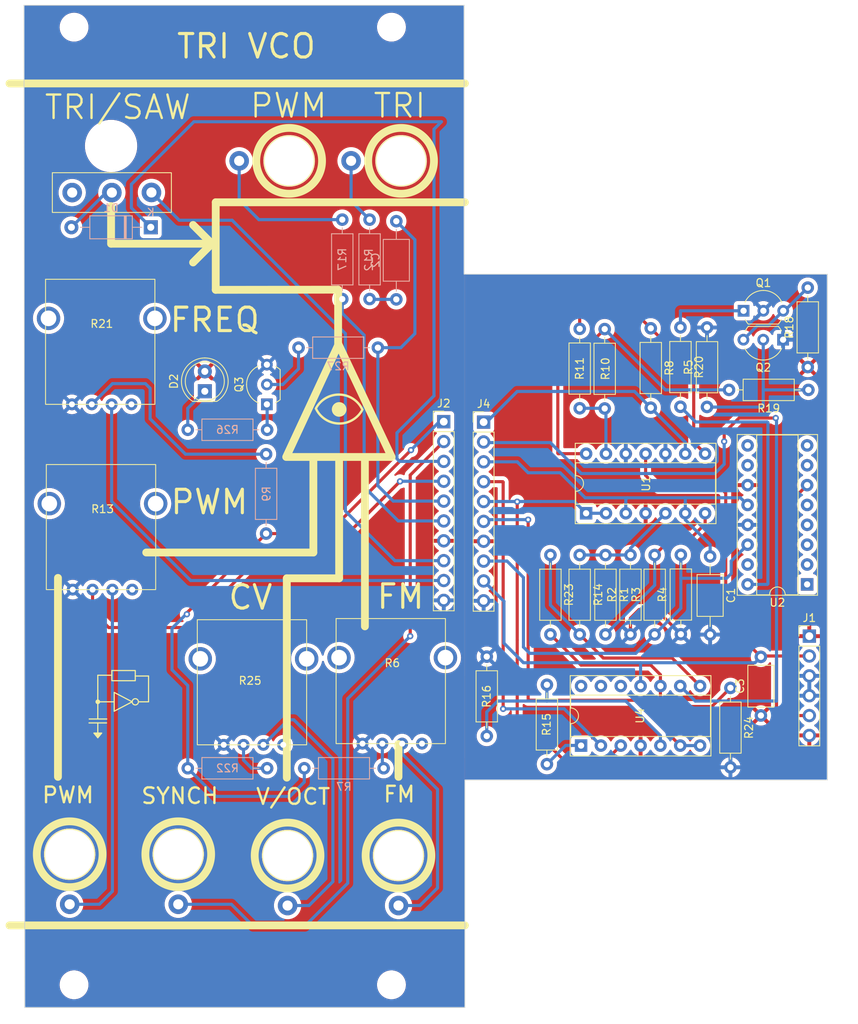
<source format=kicad_pcb>
(kicad_pcb (version 20221018) (generator pcbnew)
  (layers (0 "F.Cu" signal) (31 "B.Cu" signal) (34 "B.Paste" user) (35 "F.Paste" user) (36 "B.SilkS" user "B.Silkscreen") (37 "F.SilkS" user "F.Silkscreen") (38 "B.Mask" user) (39 "F.Mask" user) (44 "Edge.Cuts" user))
  (net 0 "")
  (net 1 "CAP")
  (net 2 "Net-(D1-A)")
  (net 3 "Net-(Q1-C)")
  (net 4 "GND")
  (net 5 "Net-(Q1-E)")
  (net 6 "Net-(Q2-B)")
  (net 7 "Net-(U1B-+)")
  (net 8 "Net-(R1-Pad2)")
  (net 9 "SW1")
  (net 10 "TRI")
  (net 11 "Net-(R6-S)")
  (net 12 "Net-(R6-E)")
  (net 16 "VGND1")
  (net 17 "Net-(R11-Pad2)")
  (net 18 "Net-(R10-Pad1)")
  (net 19 "Net-(U1D--)")
  (net 20 "Net-(R12-Pad1)")
  (net 21 "Net-(C2-Pad2)")
  (net 22 "SYN")
  (net 23 "Net-(R13-E)")
  (net 27 "Net-(R14-Pad2)")
  (net 28 "Net-(U4B-+)")
  (net 29 "Net-(R15-Pad2)")
  (net 30 "Net-(R17-Pad1)")
  (net 31 "PWM")
  (net 32 "+12V")
  (net 33 "PWMO")
  (net 34 "-12V")
  (net 46 "Net-(R20-Pad2)")
  (net 47 "Net-(U4C-+)")
  (net 51 "Net-(R21-S)")
  (net 55 "Net-(R25-S)")
  (net 56 "Net-(R25-E)")
  (net 60 "Net-(D2-K)")
  (net 61 "Net-(Q3-C)")
  (net 62 "Net-(Q3-B)")
  (footprint "Resistor_THT:R_Axial_DIN0207_L6.3mm_D2.5mm_P10.16mm_Horizontal" (layer "F.Cu") (at 215.3 81.98 90)
    (fp_text reference "R18")
    (fp_text value "R")
  )
  (footprint "Resistor_THT:R_Axial_DIN0207_L6.3mm_D2.5mm_P10.16mm_Horizontal" (layer "F.Cu") (at 174.2 119.02 -90)
    (fp_text reference "R16")
    (fp_text value "R")
  )
  (footprint "Resistor_THT:R_Axial_DIN0207_L6.3mm_D2.5mm_P10.16mm_Horizontal" (layer "F.Cu") (at 199.05 116.16 90)
    (fp_text reference "R4")
    (fp_text value "R")
  )
  (footprint "Resistor_THT:R_Axial_DIN0207_L6.3mm_D2.5mm_P10.16mm_Horizontal" (layer "F.Cu") (at 215.38 84.9 180)
    (fp_text reference "R19")
    (fp_text value "R")
  )
  (footprint "Connector_PinHeader_2.54mm:PinHeader_1x06_P2.54mm_Vertical" (layer "F.Cu") (at 215.5 116.4)
    (fp_text reference "J1")
    (fp_text value "Conn_01x06_Pin")
  )
  (footprint "Resistor_THT:R_Axial_DIN0207_L6.3mm_D2.5mm_P10.16mm_Horizontal" (layer "F.Cu") (at 202.4 87.08 90)
    (fp_text reference "R5")
    (fp_text value "R")
  )
  (footprint "Library:aux_flush" (layer "F.Cu") (at 148.7 144.460702 90)
    (fp_text reference "U5" hide)
    (fp_text value "Aux_flush")
  )
  (footprint "Resistor_THT:R_Axial_DIN0207_L6.3mm_D2.5mm_P10.16mm_Horizontal" (layer "F.Cu") (at 195.2 77.02 -90)
    (fp_text reference "R8")
    (fp_text value "R")
  )
  (footprint "MountingHole:MountingHole_3.2mm_M3" (layer "F.Cu") (at 126.1 53.7)
    (fp_text reference "REF**" hide)
    (fp_text value "MountingHole_3.2mm_M3")
  )
  (footprint "Resistor_THT:R_Axial_DIN0207_L6.3mm_D2.5mm_P10.16mm_Horizontal" (layer "F.Cu") (at 192.6 116.18 90)
    (fp_text reference "R2")
    (fp_text value "R")
  )
  (footprint "Resistor_THT:R_Axial_DIN0207_L6.3mm_D2.5mm_P10.16mm_Horizontal" (layer "F.Cu") (at 182.35 106.02 -90)
    (fp_text reference "R23")
    (fp_text value "R")
  )
  (footprint "MountingHole:MountingHole_3.2mm_M3" (layer "F.Cu") (at 121.36 161)
    (fp_text reference "REF**" hide)
    (fp_text value "MountingHole_3.2mm_M3")
  )
  (footprint "Package_DIP:DIP-16_W7.62mm_Socket" (layer "F.Cu") (at 215.22 109.78 180)
    (fp_text reference "U2")
    (fp_text value "LM13700")
  )
  (footprint "Resistor_THT:R_Axial_DIN0207_L6.3mm_D2.5mm_P10.16mm_Horizontal" (layer "F.Cu") (at 181.9 122.62 -90)
    (fp_text reference "R15")
    (fp_text value "R")
  )
  (footprint "Capacitor_THT:C_Axial_L5.1mm_D3.1mm_P7.50mm_Horizontal" (layer "F.Cu") (at 209.3 126.55 90)
    (fp_text reference "C3")
    (fp_text value "C")
  )
  (footprint "Resistor_THT:R_Axial_DIN0207_L6.3mm_D2.5mm_P10.16mm_Horizontal" (layer "F.Cu") (at 189.3 77.12 -90)
    (fp_text reference "R10")
    (fp_text value "R")
  )
  (footprint "Package_TO_SOT_THT:TO-92L_Inline_Wide" (layer "F.Cu") (at 207.08 74.78)
    (fp_text reference "Q1")
    (fp_text value "BC557")
  )
  (footprint "Resistor_THT:R_Axial_DIN0207_L6.3mm_D2.5mm_P10.16mm_Horizontal" (layer "F.Cu") (at 186.1 106.02 -90)
    (fp_text reference "R14")
    (fp_text value "R")
  )
  (footprint "Library:aux_flush" (layer "F.Cu") (at 148.9 55.6)
    (fp_text reference "U10" hide)
    (fp_text value "Aux_flush")
  )
  (footprint "Connector_PinHeader_2.54mm:PinHeader_1x10_P2.54mm_Vertical" (layer "F.Cu") (at 173.8 89.02)
    (fp_text reference "J4")
    (fp_text value "Conn_01x10_Pin")
  )
  (footprint "Library:Switch" (layer "F.Cu") (at 126.2 62.2)
    (fp_text reference "U3" hide)
    (fp_text value "Switch")
  )
  (footprint "Library:AlpsPot" (layer "F.Cu") (at 140.52 130.3)
    (fp_text reference "R25")
    (fp_text value "AlpsPot")
  )
  (footprint "MountingHole:MountingHole_3.2mm_M3" (layer "F.Cu") (at 162 161)
    (fp_text reference "REF**" hide)
    (fp_text value "MountingHole_3.2mm_M3")
  )
  (footprint "Package_DIP:DIP-14_W7.62mm_Socket" (layer "F.Cu") (at 186.275 130.4 90)
    (fp_text reference "U4")
    (fp_text value "TL074")
  )
  (footprint "Capacitor_THT:C_Axial_L5.1mm_D3.1mm_P10.00mm_Horizontal" (layer "F.Cu") (at 202.8 106.2 -90)
    (fp_text reference "C1")
    (fp_text value "C")
  )
  (footprint "Resistor_THT:R_Axial_DIN0207_L6.3mm_D2.5mm_P10.16mm_Horizontal" (layer "F.Cu") (at 195.7 116.18 90)
    (fp_text reference "R3")
    (fp_text value "R")
  )
  (footprint "Library:aux_flush" (layer "F.Cu") (at 134.7 144.3 90)
    (fp_text reference "U7" hide)
    (fp_text value "Aux_flush")
  )
  (footprint "Resistor_THT:R_Axial_DIN0207_L6.3mm_D2.5mm_P10.16mm_Horizontal" (layer "F.Cu") (at 199 76.9 -90)
    (fp_text reference "R20")
    (fp_text value "R")
  )
  (footprint "Package_DIP:DIP-14_W7.62mm_Socket" (layer "F.Cu") (at 186.92 100.68 90)
    (fp_text reference "U1")
    (fp_text value "TL074")
  )
  (footprint "Resistor_THT:R_Axial_DIN0207_L6.3mm_D2.5mm_P10.16mm_Horizontal" (layer "F.Cu") (at 186.1 87.25 90)
    (fp_text reference "R11")
    (fp_text value "R")
  )
  (footprint "Connector_PinHeader_2.54mm:PinHeader_1x10_P2.54mm_Vertical" (layer "F.Cu") (at 168.695 88.965)
    (fp_text reference "J2")
    (fp_text value "Conn_01x10_Pin")
  )
  (footprint "Library:AlpsPot" (layer "F.Cu") (at 121.19 110.449)
    (fp_text reference "R13")
    (fp_text value "AlpsPot")
  )
  (footprint "Library:AlpsPot" (layer "F.Cu") (at 121.09 86.749)
    (fp_text reference "R21")
    (fp_text value "AlpsPot")
  )
  (footprint "LED_THT:LED_D5.0mm" (layer "F.Cu") (at 138.1 85.075 90)
    (fp_text reference "D2")
    (fp_text value "LED")
  )
  (footprint "Library:aux_flush" (layer "F.Cu") (at 120.8 144.3 90)
    (fp_text reference "U8" hide)
    (fp_text value "Aux_flush")
  )
  (footprint "Library:aux_flush" (layer "F.Cu") (at 162.9 144.460702 90)
    (fp_text reference "U6" hide)
    (fp_text value "Aux_flush")
  )
  (footprint "Package_TO_SOT_THT:TO-92L_Inline_Wide" (layer "F.Cu") (at 146.05 86.75 90)
    (fp_text reference "Q3")
    (fp_text value "BC547")
  )
  (footprint "MountingHole:MountingHole_3.2mm_M3" (layer "F.Cu") (at 162 38.5)
    (fp_text reference "REF**" hide)
    (fp_text value "MountingHole_3.2mm_M3")
  )
  (footprint "MountingHole:MountingHole_3.2mm_M3" (layer "F.Cu") (at 121.36 38.5)
    (fp_text reference "REF**" hide)
    (fp_text value "MountingHole_3.2mm_M3")
  )
  (footprint "Resistor_THT:R_Axial_DIN0207_L6.3mm_D2.5mm_P10.16mm_Horizontal" (layer "F.Cu") (at 205.4 123.02 -90)
    (fp_text reference "R24")
    (fp_text value "R")
  )
  (footprint "Package_TO_SOT_THT:TO-92L_Inline_Wide" (layer "F.Cu") (at 212.14 78.48 180)
    (fp_text reference "Q2")
    (fp_text value "BC557")
  )
  (footprint "Library:aux_flush" (layer "F.Cu") (at 163.23035 55.6)
    (fp_text reference "U9" hide)
    (fp_text value "Aux_flush")
  )
  (footprint "Library:AlpsPot" (layer "F.Cu") (at 158.29 130.149)
    (fp_text reference "R6")
    (fp_text value "AlpsPot")
  )
  (footprint "Resistor_THT:R_Axial_DIN0207_L6.3mm_D2.5mm_P10.16mm_Horizontal" (layer "F.Cu") (at 189.4 106.02 -90)
    (fp_text reference "R1")
    (fp_text value "R")
  )
  (footprint "Resistor_THT:R_Axial_DIN0207_L6.3mm_D2.5mm_P10.16mm_Horizontal" (layer "B.Cu") (at 159.2 63.12 -90)
    (fp_text reference "R12")
    (fp_text value "R")
  )
  (footprint "Diode_THT:D_A-405_P10.16mm_Horizontal" (layer "B.Cu") (at 131.18 64.1 180)
    (fp_text reference "D1")
    (fp_text value "D")
  )
  (footprint "Resistor_THT:R_Axial_DIN0207_L6.3mm_D2.5mm_P10.16mm_Horizontal" (layer "B.Cu") (at 150.1 79.5)
    (fp_text reference "R27")
    (fp_text value "R")
  )
  (footprint "Resistor_THT:R_Axial_DIN0207_L6.3mm_D2.5mm_P10.16mm_Horizontal" (layer "B.Cu") (at 150.84 133.3)
    (fp_text reference "R7")
    (fp_text value "R")
  )
  (footprint "Resistor_THT:R_Axial_DIN0207_L6.3mm_D2.5mm_P10.16mm_Horizontal" (layer "B.Cu") (at 146.08 90 180)
    (fp_text reference "R26")
    (fp_text value "R")
  )
  (footprint "Resistor_THT:R_Axial_DIN0207_L6.3mm_D2.5mm_P10.16mm_Horizontal" (layer "B.Cu") (at 135.92 133.3)
    (fp_text reference "R22")
    (fp_text value "R")
  )
  (footprint "Resistor_THT:R_Axial_DIN0207_L6.3mm_D2.5mm_P10.16mm_Horizontal" (layer "B.Cu") (at 145.95 103.28 90)
    (fp_text reference "R9")
    (fp_text value "R")
  )
  (footprint "Capacitor_THT:C_Axial_L5.1mm_D3.1mm_P10.00mm_Horizontal" (layer "B.Cu") (at 162.62 63.32 -90)
    (fp_text reference "C2")
    (fp_text value "C")
  )
  (footprint "Resistor_THT:R_Axial_DIN0207_L6.3mm_D2.5mm_P10.16mm_Horizontal" (layer "B.Cu") (at 155.7 63.12 -90)
    (fp_text reference "R17")
    (fp_text value "R")
  )
  (gr_line (start 171.4 153.4) (end 113.1 153.4) (stroke (width 1)) (layer "F.SilkS"))
  (gr_line (start 119.3 134.4) (end 119.3 108.949998) (stroke (width 1)) (layer "F.SilkS"))
  (gr_line (start 126.5 123.6) (end 128.8 124.8) (stroke (width 0.15)) (layer "F.SilkS"))
  (gr_circle (center 124.4 124.8) (end 124.623607 124.8) (stroke (width 0.15)) (fill solid) (layer "F.SilkS"))
  (gr_line (start 136.6 63.8) (end 139 66.2) (stroke (width 1)) (layer "F.SilkS"))
  (gr_line (start 125.525 127.5) (end 123.275 127.5) (stroke (width 0.15)) (layer "F.SilkS"))
  (gr_line (start 129.7 124.8) (end 130.9 124.8) (stroke (width 0.15)) (layer "F.SilkS"))
  (gr_line (start 155.169576 79.5) (end 155.169576 72.079941) (stroke (width 1)) (layer "F.SilkS"))
  (gr_line (start 139 66.2) (end 136.6 68.6) (stroke (width 1)) (layer "F.SilkS"))
  (gr_line (start 124.4 121.4) (end 124.4 127) (stroke (width 0.15)) (layer "F.SilkS"))
  (gr_line (start 152 105.7) (end 152 93.7) (stroke (width 1)) (layer "F.SilkS"))
  (gr_line (start 130.9 121.5) (end 129.2 121.5) (stroke (width 0.15)) (layer "F.SilkS"))
  (gr_line (start 126.5 124.8) (end 124.4 124.8) (stroke (width 0.15)) (layer "F.SilkS"))
  (gr_line (start 124.4 127.5) (end 124.4 128.8) (stroke (width 0.15)) (layer "F.SilkS"))
  (gr_line (start 139.5 72.1) (end 139.5 60.9) (stroke (width 1)) (layer "F.SilkS"))
  (gr_arc (start 158.282395 87.416515) (mid 155.3 89.2) (end 152.358416 87.349978) (stroke (width 0.3)) (layer "F.SilkS"))
  (gr_circle (center 129.2 124.8) (end 129.6 124.8) (stroke (width 0.15)) (fill none) (layer "F.SilkS"))
  (gr_line (start 155.169576 72.079941) (end 139.5 72.1) (stroke (width 1)) (layer "F.SilkS"))
  (gr_line (start 130.9 124.8) (end 130.9 121.5) (stroke (width 0.15)) (layer "F.SilkS"))
  (gr_line (start 158.6 115.150002) (end 158.6 93.8) (stroke (width 1)) (layer "F.SilkS"))
  (gr_line (start 155.3 109) (end 155.3 93.574999) (stroke (width 1)) (layer "F.SilkS"))
  (gr_line (start 162.9 134.4) (end 162.9 130.2) (stroke (width 1)) (layer "F.SilkS"))
  (gr_line (start 126.2 121.4) (end 124.4 121.4) (stroke (width 0.15)) (layer "F.SilkS"))
  (gr_line (start 126.1 66.2) (end 139 66.2) (stroke (width 1)) (layer "F.SilkS"))
  (gr_rect (start 126.2 120.8) (end 129.2 122.1) (stroke (width 0.15)) (fill none) (layer "F.SilkS"))
  (gr_line (start 126.5 126) (end 128.8 124.8) (stroke (width 0.15)) (layer "F.SilkS"))
  (gr_line (start 113.1 45.7) (end 171.4 45.7) (stroke (width 1)) (layer "F.SilkS"))
  (gr_line (start 139.5 60.9) (end 171.4 60.9) (stroke (width 1)) (layer "F.SilkS"))
  (gr_line (start 125.55 127) (end 123.3 127) (stroke (width 0.15)) (layer "F.SilkS"))
  (gr_line (start 148.6 134.5) (end 148.6 109) (stroke (width 1)) (layer "F.SilkS"))
  (gr_line (start 126.5 123.6) (end 126.5 126) (stroke (width 0.15)) (layer "F.SilkS"))
  (gr_circle (center 155.3 87.4) (end 156.160233 87.4) (stroke (width 0.15)) (fill solid) (layer "F.SilkS"))
  (gr_poly (pts (xy 148.521697 93.480234) (xy 162.021697 93.480234) (xy 155.221697 79.080234)) (stroke (width 1)) (fill none) (layer "F.SilkS"))
  (gr_line (start 126.1 66.2) (end 126.1 61.4) (stroke (width 1)) (layer "F.SilkS"))
  (gr_poly (pts (xy 123.9 128.8) (xy 124.9 128.8) (xy 124.4 129.4)) (stroke (width 0.15)) (fill solid) (layer "F.SilkS"))
  (gr_arc (start 152.317605 87.283485) (mid 155.3 85.499999) (end 158.241584 87.350022) (stroke (width 0.3)) (layer "F.SilkS"))
  (gr_line (start 155.3 109) (end 148.6 109) (stroke (width 1)) (layer "F.SilkS"))
  (gr_line (start 152 105.7) (end 130.6 105.7) (stroke (width 1)) (layer "F.SilkS"))
  (gr_line (start 171.3 35.7) (end 171.3 70.1) (stroke (width 0.1)) (layer "Edge.Cuts"))
  (gr_line (start 171.4 134.8) (end 171.4 163.9) (stroke (width 0.1)) (layer "Edge.Cuts"))
  (gr_line (start 171.4 163.9) (end 115.05 163.9) (stroke (width 0.1)) (layer "Edge.Cuts"))
  (gr_line (start 217.8 70.1) (end 217.8 134.8) (stroke (width 0.1)) (layer "Edge.Cuts"))
  (gr_line (start 171.3 70.1) (end 217.8 70.1) (stroke (width 0.1)) (layer "Edge.Cuts"))
  (gr_line (start 115.05 163.9) (end 114.95 35.7) (stroke (width 0.1)) (layer "Edge.Cuts"))
  (gr_line (start 217.8 134.8) (end 171.4 134.8) (stroke (width 0.1)) (layer "Edge.Cuts"))
  (gr_line (start 114.95 35.7) (end 171.3 35.7) (stroke (width 0.1)) (layer "Edge.Cuts"))
  (gr_text "FM\n" (at 160.8 137.8) (layer "F.SilkS") (effects (font (size 2 2) (thickness 0.3)) (justify left bottom)))
  (gr_text "TRI VCO" (at 134.3 42.7) (layer "F.SilkS") (effects (font (size 3 3) (thickness 0.4)) (justify left bottom)))
  (gr_text "PWM\n" (at 133.5 101) (layer "F.SilkS") (effects (font (size 3 3) (thickness 0.4)) (justify left bottom)))
  (gr_text "PWM\n" (at 117.1 137.9) (layer "F.SilkS") (effects (font (size 2 2) (thickness 0.3)) (justify left bottom)))
  (gr_text "PWM\n" (at 143.7 50.3) (layer "F.SilkS") (effects (font (size 3 3) (thickness 0.3)) (justify left bottom)))
  (gr_text "SYNCH\n" (at 129.8 138) (layer "F.SilkS") (effects (font (size 2 2) (thickness 0.3)) (justify left bottom)))
  (gr_text "FM" (at 159.9 113.1) (layer "F.SilkS") (effects (font (size 3 3) (thickness 0.4)) (justify left bottom)))
  (gr_text "V/OCT" (at 144.5 138.1) (layer "F.SilkS") (effects (font (size 2 2) (thickness 0.3)) (justify left bottom)))
  (gr_text "FREQ\n" (at 133.4 77.7) (layer "F.SilkS") (effects (font (size 3 3) (thickness 0.4)) (justify left bottom)))
  (gr_text "TRI" (at 159.5 50.3) (layer "F.SilkS") (effects (font (size 3 3) (thickness 0.3)) (justify left bottom)))
  (gr_text "CV" (at 140.9 113.2) (layer "F.SilkS") (effects (font (size 3 3) (thickness 0.4)) (justify left bottom)))
  (gr_text "TRI/SAW" (at 117.4 50.5) (layer "F.SilkS") (effects (font (size 3 3) (thickness 0.3)) (justify left bottom)))
  (segment (start 199.62 101.52) (end 202.8 104.7) (width 0.4) (layer "B.Cu") (net 1))
  (segment (start 173.8 94.1) (end 178.1 94.1) (width 0.4) (layer "B.Cu") (net 1))
  (segment (start 136.7 50.6) (end 168.4 50.6) (width 0.4) (layer "B.Cu") (net 1))
  (segment (start 192 100.68) (end 192 98.9) (width 0.4) (layer "B.Cu") (net 1))
  (segment (start 163.045 94.045) (end 168.695 94.045) (width 0.4) (layer "B.Cu") (net 1))
  (segment (start 202.8 104.7) (end 202.8 106.2) (width 0.4) (layer "B.Cu") (net 1))
  (segment (start 186.8 98.7) (end 192.2 98.7) (width 0.4) (layer "B.Cu") (net 1))
  (segment (start 168.4 50.6) (end 167.445 51.555) (width 0.4) (layer "B.Cu") (net 1))
  (segment (start 162.7 93.7) (end 163.045 94.045) (width 0.4) (layer "B.Cu") (net 1))
  (segment (start 192.2 98.7) (end 199.6 98.7) (width 0.4) (layer "B.Cu") (net 1))
  (segment (start 167.445 85.655) (end 162.7 90.4) (width 0.4) (layer "B.Cu") (net 1))
  (segment (start 128.7 61.62) (end 128.7 58.6) (width 0.4) (layer "B.Cu") (net 1))
  (segment (start 183.6 95.5) (end 186.8 98.7) (width 0.4) (layer "B.Cu") (net 1))
  (segment (start 199.6 98.7) (end 206.68 98.7) (width 0.4) (layer "B.Cu") (net 1))
  (segment (start 179.5 95.5) (end 183.6 95.5) (width 0.4) (layer "B.Cu") (net 1))
  (segment (start 178.1 94.1) (end 179.5 95.5) (width 0.4) (layer "B.Cu") (net 1))
  (segment (start 131.18 64.1) (end 128.7 61.62) (width 0.4) (layer "B.Cu") (net 1))
  (segment (start 206.68 98.7) (end 207.6 99.62) (width 0.4) (layer "B.Cu") (net 1))
  (segment (start 128.7 58.6) (end 136.7 50.6) (width 0.4) (layer "B.Cu") (net 1))
  (segment (start 199.62 100.68) (end 199.62 101.52) (width 0.4) (layer "B.Cu") (net 1))
  (segment (start 199.62 98.72) (end 199.6 98.7) (width 0.4) (layer "B.Cu") (net 1))
  (segment (start 167.445 51.555) (end 167.445 85.655) (width 0.4) (layer "B.Cu") (net 1))
  (segment (start 162.7 90.4) (end 162.7 93.7) (width 0.4) (layer "B.Cu") (net 1))
  (segment (start 192 98.9) (end 192.2 98.7) (width 0.4) (layer "B.Cu") (net 1))
  (segment (start 199.62 100.68) (end 199.62 98.72) (width 0.4) (layer "B.Cu") (net 1))
  (segment (start 125.46 59.66) (end 126.2 59.66) (width 0.4) (layer "B.Cu") (net 2))
  (segment (start 121.02 64.1) (end 125.46 59.66) (width 0.4) (layer "B.Cu") (net 2))
  (segment (start 199.02 74.78) (end 199 74.8) (width 0.4) (layer "B.Cu") (net 3))
  (segment (start 207.08 74.78) (end 199.02 74.78) (width 0.4) (layer "B.Cu") (net 3))
  (segment (start 199 74.8) (end 199 76.9) (width 0.4) (layer "B.Cu") (net 3))
  (segment (start 192.6 116.18) (end 192.6 114.1) (width 0.4) (layer "F.Cu") (net 4))
  (segment (start 192.6 114.1) (end 193.7 113) (width 0.4) (layer "F.Cu") (net 4))
  (segment (start 195.89 113) (end 199.05 116.16) (width 0.4) (layer "F.Cu") (net 4))
  (segment (start 193.7 113) (end 195.89 113) (width 0.4) (layer "F.Cu") (net 4))
  (segment (start 207.06 78.48) (end 208.84 76.7) (width 0.4) (layer "B.Cu") (net 5))
  (segment (start 212.34 74.78) (end 212.16 74.78) (width 0.4) (layer "B.Cu") (net 5))
  (segment (start 210.24 76.7) (end 212.16 74.78) (width 0.4) (layer "B.Cu") (net 5))
  (segment (start 208.84 76.7) (end 210.24 76.7) (width 0.4) (layer "B.Cu") (net 5))
  (segment (start 215.3 71.82) (end 212.34 74.78) (width 0.4) (layer "B.Cu") (net 5))
  (segment (start 202.42 87.1) (end 202.4 87.08) (width 0.4) (layer "B.Cu") (net 6))
  (segment (start 209.6 87.1) (end 202.42 87.1) (width 0.4) (layer "B.Cu") (net 6))
  (segment (start 209.6 78.48) (end 209.6 84.9) (width 0.4) (layer "B.Cu") (net 6))
  (segment (start 209.6 84.9) (end 209.6 87.1) (width 0.4) (layer "B.Cu") (net 6))
  (segment (start 215.38 84.9) (end 209.6 84.9) (width 0.4) (layer "B.Cu") (net 6))
  (segment (start 197.08 100.68) (end 192.6 105.16) (width 0.4) (layer "B.Cu") (net 7))
  (segment (start 192.6 105.16) (end 192.6 106.02) (width 0.4) (layer "B.Cu") (net 7))
  (segment (start 186.1 106.02) (end 192.6 106.02) (width 0.4) (layer "B.Cu") (net 7))
  (segment (start 202.16 100.68) (end 202.16 102.04) (width 0.4) (layer "F.Cu") (net 8))
  (segment (start 198.12 103.6) (end 195.7 106.02) (width 0.4) (layer "F.Cu") (net 8))
  (segment (start 200.6 103.6) (end 198.12 103.6) (width 0.4) (layer "F.Cu") (net 8))
  (segment (start 202.16 102.04) (end 200.6 103.6) (width 0.4) (layer "F.Cu") (net 8))
  (segment (start 195.7 109.88) (end 189.4 116.18) (width 0.4) (layer "B.Cu") (net 8))
  (segment (start 195.7 106.02) (end 195.7 109.88) (width 0.4) (layer "B.Cu") (net 8))
  (segment (start 199.05 106) (end 199.05 109) (width 0.4) (layer "B.Cu") (net 9))
  (segment (start 162.445 106.745) (end 156.1 100.4) (width 0.4) (layer "B.Cu") (net 9))
  (segment (start 173.8 106.8) (end 176.8 106.8) (width 0.4) (layer "B.Cu") (net 9))
  (segment (start 179.7 118.6) (end 193.28 118.6) (width 0.4) (layer "B.Cu") (net 9))
  (segment (start 199.05 112.83) (end 195.7 116.18) (width 0.4) (layer "B.Cu") (net 9))
  (segment (start 178.9 117.8) (end 179.7 118.6) (width 0.4) (layer "B.Cu") (net 9))
  (segment (start 134.824317 63.2) (end 131.268113 59.643796) (width 0.4) (layer "B.Cu") (net 9))
  (segment (start 156.1 100.4) (end 156.1 77.7) (width 0.4) (layer "B.Cu") (net 9))
  (segment (start 199.05 109) (end 204.9 109) (width 0.4) (layer "B.Cu") (net 9))
  (segment (start 156.1 77.7) (end 141.6 63.2) (width 0.4) (layer "B.Cu") (net 9))
  (segment (start 205.5 106.8) (end 207.6 104.7) (width 0.4) (layer "B.Cu") (net 9))
  (segment (start 204.9 109) (end 205.5 108.4) (width 0.4) (layer "B.Cu") (net 9))
  (segment (start 199.05 109) (end 199.05 112.83) (width 0.4) (layer "B.Cu") (net 9))
  (segment (start 193.28 118.6) (end 195.7 116.18) (width 0.4) (layer "B.Cu") (net 9))
  (segment (start 205.5 108.4) (end 205.5 106.8) (width 0.4) (layer "B.Cu") (net 9))
  (segment (start 178.9 108.9) (end 178.9 117.8) (width 0.4) (layer "B.Cu") (net 9))
  (segment (start 141.6 63.2) (end 134.824317 63.2) (width 0.4) (layer "B.Cu") (net 9))
  (segment (start 168.695 106.745) (end 162.445 106.745) (width 0.4) (layer "B.Cu") (net 9))
  (segment (start 176.8 106.8) (end 178.9 108.9) (width 0.4) (layer "B.Cu") (net 9))
  (segment (start 191.355 130.4) (end 189.055 132.7) (width 0.4) (layer "F.Cu") (net 10))
  (segment (start 189.055 132.7) (end 188.4 132.7) (width 0.4) (layer "F.Cu") (net 10))
  (segment (start 184.5 132.7) (end 188.4 132.7) (width 0.4) (layer "F.Cu") (net 10))
  (segment (start 180.4 128.6) (end 183.5 131.7) (width 0.4) (layer "F.Cu") (net 10))
  (segment (start 178.1 116.9) (end 178.1 99.2) (width 0.4) (layer "F.Cu") (net 10))
  (segment (start 178.1 116.9) (end 178.1 128.6) (width 0.4) (layer "F.Cu") (net 10))
  (segment (start 178.1 128.6) (end 180.4 128.6) (width 0.4) (layer "F.Cu") (net 10))
  (segment (start 183.5 131.7) (end 184.5 132.7) (width 0.4) (layer "F.Cu") (net 10))
  (via (at 178.1 99.2) (size 0.8) (drill 0.4) (layers "F.Cu" "B.Cu") (net 10))
  (segment (start 181.1 99.18) (end 185.42 99.18) (width 0.4) (layer "B.Cu") (net 10))
  (segment (start 185.42 99.18) (end 186.92 100.68) (width 0.4) (layer "B.Cu") (net 10))
  (segment (start 173.8 99.18) (end 181.1 99.18) (width 0.4) (layer "B.Cu") (net 10))
  (segment (start 160.26 79.5) (end 163.2 79.5) (width 0.4) (layer "B.Cu") (net 10))
  (segment (start 163.2 79.5) (end 165 77.7) (width 0.4) (layer "B.Cu") (net 10))
  (segment (start 189.46 100.68) (end 186.92 100.68) (width 0.4) (layer "B.Cu") (net 10))
  (segment (start 165 77.7) (end 165 65.7) (width 0.4) (layer "B.Cu") (net 10))
  (segment (start 160.26 97.16) (end 162.225 99.125) (width 0.4) (layer "B.Cu") (net 10))
  (segment (start 165 65.7) (end 162.62 63.32) (width 0.4) (layer "B.Cu") (net 10))
  (segment (start 162.225 99.125) (end 168.695 99.125) (width 0.4) (layer "B.Cu") (net 10))
  (segment (start 160.26 79.5) (end 160.26 97.16) (width 0.4) (layer "B.Cu") (net 10))
  (segment (start 160.83 133.13) (end 161 133.3) (width 0.4) (layer "B.Cu") (net 11))
  (segment (start 160.83 130.149) (end 160.83 133.13) (width 0.4) (layer "B.Cu") (net 11))
  (segment (start 165.639298 150.860702) (end 167.9 148.6) (width 0.4) (layer "B.Cu") (net 12))
  (segment (start 162.9 150.860702) (end 165.639298 150.860702) (width 0.4) (layer "B.Cu") (net 12))
  (segment (start 167.9 136) (end 163.37 131.47) (width 0.4) (layer "B.Cu") (net 12))
  (segment (start 167.9 148.6) (end 167.9 136) (width 0.4) (layer "B.Cu") (net 12))
  (segment (start 163.37 131.47) (end 163.37 130.149) (width 0.4) (layer "B.Cu") (net 12))
  (segment (start 135.8 113.43) (end 145.95 103.28) (width 0.4) (layer "F.Cu") (net 16))
  (segment (start 164.5 92.6) (end 153.82 103.28) (width 0.4) (layer "F.Cu") (net 16))
  (segment (start 135.8 113.6) (end 135.8 113.43) (width 0.4) (layer "F.Cu") (net 16))
  (segment (start 153.82 103.28) (end 145.95 103.28) (width 0.4) (layer "F.Cu") (net 16))
  (segment (start 168.135 88.965) (end 168.695 88.965) (width 0.4) (layer "F.Cu") (net 16))
  (via (at 135.8 113.6) (size 0.8) (drill 0.4) (layers "F.Cu" "B.Cu") (net 16))
  (via (at 164.5 92.6) (size 0.8) (drill 0.4) (layers "F.Cu" "B.Cu") (net 16))
  (segment (start 135.92 133.3) (end 135.92 122.72) (width 0.4) (layer "B.Cu") (net 16))
  (segment (start 135.8 113.5) (end 135.7 113.6) (width 0.4) (layer "B.Cu") (net 16))
  (segment (start 174.1 89.1) (end 178.1 85.1) (width 0.4) (layer "B.Cu") (net 16))
  (segment (start 178.1 85.1) (end 193.12 85.1) (width 0.4) (layer "B.Cu") (net 16))
  (segment (start 193.12 85.1) (end 199.62 91.6) (width 0.4) (layer "B.Cu") (net 16))
  (segment (start 149 136.9) (end 139.52 136.9) (width 0.4) (layer "B.Cu") (net 16))
  (segment (start 133.9 115.4) (end 135.7 113.6) (width 0.4) (layer "B.Cu") (net 16))
  (segment (start 139.52 136.9) (end 135.92 133.3) (width 0.4) (layer "B.Cu") (net 16))
  (segment (start 135.8 113.6) (end 135.8 113.5) (width 0.4) (layer "B.Cu") (net 16))
  (segment (start 133.9 120.7) (end 133.9 115.4) (width 0.4) (layer "B.Cu") (net 16))
  (segment (start 135.92 122.72) (end 133.9 120.7) (width 0.4) (layer "B.Cu") (net 16))
  (segment (start 150.84 133.3) (end 150.84 135.06) (width 0.4) (layer "B.Cu") (net 16))
  (segment (start 135.7 113.6) (end 135.8 113.6) (width 0.4) (layer "B.Cu") (net 16))
  (segment (start 150.84 135.06) (end 149 136.9) (width 0.4) (layer "B.Cu") (net 16))
  (segment (start 164.5 92.6) (end 168.135 88.965) (width 0.4) (layer "B.Cu") (net 16))
  (segment (start 199.62 91.6) (end 199.62 93.06) (width 0.4) (layer "B.Cu") (net 16))
  (segment (start 186.1 74) (end 186.1 77.09) (width 0.4) (layer "F.Cu") (net 17))
  (segment (start 195.2 77.02) (end 192.18 74) (width 0.4) (layer "F.Cu") (net 17))
  (segment (start 192.18 74) (end 186.1 74) (width 0.4) (layer "F.Cu") (net 17))
  (segment (start 200.7 91.6) (end 202.16 93.06) (width 0.4) (layer "F.Cu") (net 17))
  (segment (start 195.2 77.02) (end 200.18 82) (width 0.4) (layer "F.Cu") (net 17))
  (segment (start 200.7 82.52) (end 200.7 91.6) (width 0.4) (layer "F.Cu") (net 17))
  (segment (start 200.18 82) (end 200.7 82.52) (width 0.4) (layer "F.Cu") (net 17))
  (segment (start 183.3 83.12) (end 189.3 77.12) (width 0.4) (layer "F.Cu") (net 18))
  (segment (start 183.36 93.06) (end 183.3 93) (width 0.4) (layer "F.Cu") (net 18))
  (segment (start 183.3 93) (end 183.3 83.12) (width 0.4) (layer "F.Cu") (net 18))
  (segment (start 186.92 93.06) (end 183.36 93.06) (width 0.4) (layer "F.Cu") (net 18))
  (segment (start 195.38 83.2) (end 189.3 77.12) (width 0.4) (layer "B.Cu") (net 18))
  (segment (start 205.22 84.9) (end 197.08 84.9) (width 0.4) (layer "B.Cu") (net 18))
  (segment (start 197.08 84.9) (end 195.38 83.2) (width 0.4) (layer "B.Cu") (net 18))
  (segment (start 186.1 87.25) (end 189.27 87.25) (width 0.4) (layer "B.Cu") (net 19))
  (segment (start 189.3 87.28) (end 189.46 87.44) (width 0.4) (layer "B.Cu") (net 19))
  (segment (start 189.46 87.44) (end 189.46 93.06) (width 0.4) (layer "B.Cu") (net 19))
  (segment (start 189.27 87.25) (end 189.3 87.28) (width 0.4) (layer "B.Cu") (net 19))
  (segment (start 156.83035 55.6) (end 156.83035 60.75035) (width 0.4) (layer "B.Cu") (net 20))
  (segment (start 156.83035 60.75035) (end 159.2 63.12) (width 0.4) (layer "B.Cu") (net 20))
  (segment (start 162.62 73.32) (end 159.24 73.32) (width 0.4) (layer "B.Cu") (net 21))
  (segment (start 159.24 73.32) (end 159.2 73.28) (width 0.4) (layer "B.Cu") (net 21))
  (segment (start 204.6 91.5) (end 204.6 90.4) (width 0.4) (layer "F.Cu") (net 22))
  (segment (start 164.4 116.4) (end 164.4 95.8) (width 0.4) (layer "F.Cu") (net 22))
  (segment (start 164.4 95.8) (end 168.695 91.505) (width 0.4) (layer "F.Cu") (net 22))
  (segment (start 206.5 88.5) (end 211.2 88.5) (width 0.4) (layer "F.Cu") (net 22))
  (segment (start 204.6 90.4) (end 206.5 88.5) (width 0.4) (layer "F.Cu") (net 22))
  (via (at 211.2 88.5) (size 0.8) (drill 0.4) (layers "F.Cu" "B.Cu") (net 22))
  (via (at 204.6 91.5) (size 0.8) (drill 0.4) (layers "F.Cu" "B.Cu") (net 22))
  (via (at 164.4 116.4) (size 0.8) (drill 0.4) (layers "F.Cu" "B.Cu") (net 22))
  (segment (start 141.5 150.7) (end 144.3 153.5) (width 0.4) (layer "B.Cu") (net 22))
  (segment (start 150.9 153.5) (end 156.4 148) (width 0.4) (layer "B.Cu") (net 22))
  (segment (start 156.4 124.4) (end 164.4 116.4) (width 0.4) (layer "B.Cu") (net 22))
  (segment (start 144.3 153.5) (end 150.9 153.5) (width 0.4) (layer "B.Cu") (net 22))
  (segment (start 156.4 148) (end 156.4 124.4) (width 0.4) (layer "B.Cu") (net 22))
  (segment (start 211.3 124.7) (end 200.895 124.7) (width 0.4) (layer "B.Cu") (net 22))
  (segment (start 186.3 95.6) (end 203.4 95.6) (width 0.4) (layer "B.Cu") (net 22))
  (segment (start 211.3 88.6) (end 211.3 124.7) (width 0.4) (layer "B.Cu") (net 22))
  (segment (start 134.7 150.7) (end 141.5 150.7) (width 0.4) (layer "B.Cu") (net 22))
  (segment (start 211.2 88.5) (end 211.3 88.6) (width 0.4) (layer "B.Cu") (net 22))
  (segment (start 182.34 91.64) (end 186.3 95.6) (width 0.4) (layer "B.Cu") (net 22))
  (segment (start 200.895 124.7) (end 198.975 122.78) (width 0.4) (layer "B.Cu") (net 22))
  (segment (start 204.6 94.4) (end 204.6 91.5) (width 0.4) (layer "B.Cu") (net 22))
  (segment (start 203.4 95.6) (end 204.6 94.4) (width 0.4) (layer "B.Cu") (net 22))
  (segment (start 174.1 91.64) (end 182.34 91.64) (width 0.4) (layer "B.Cu") (net 22))
  (segment (start 120.8 150.7) (end 124.6 150.7) (width 0.4) (layer "B.Cu") (net 23))
  (segment (start 124.6 150.7) (end 125.85 149.45) (width 0.4) (layer "B.Cu") (net 23))
  (segment (start 126.27 149.03) (end 125.85 149.45) (width 0.4) (layer "B.Cu") (net 23))
  (segment (start 126.27 110.449) (end 126.27 149.03) (width 0.4) (layer "B.Cu") (net 23))
  (segment (start 189.12 119.2) (end 197.935 119.2) (width 0.4) (layer "F.Cu") (net 27))
  (segment (start 197.935 119.2) (end 201.515 122.78) (width 0.4) (layer "F.Cu") (net 27))
  (segment (start 186.1 116.18) (end 189.12 119.2) (width 0.4) (layer "F.Cu") (net 27))
  (segment (start 182.35 106.02) (end 182.35 112.43) (width 0.4) (layer "B.Cu") (net 27))
  (segment (start 182.35 112.43) (end 186.1 116.18) (width 0.4) (layer "B.Cu") (net 27))
  (segment (start 175.6 124.7) (end 174.2 126.1) (width 0.4) (layer "B.Cu") (net 28))
  (segment (start 192 124.7) (end 181.9 124.7) (width 0.4) (layer "B.Cu") (net 28))
  (segment (start 174.2 126.1) (end 174.2 129.18) (width 0.4) (layer "B.Cu") (net 28))
  (segment (start 181.9 124.7) (end 175.6 124.7) (width 0.4) (layer "B.Cu") (net 28))
  (segment (start 196.435 129.135) (end 192 124.7) (width 0.4) (layer "B.Cu") (net 28))
  (segment (start 196.435 130.4) (end 196.435 129.135) (width 0.4) (layer "B.Cu") (net 28))
  (segment (start 181.9 124.7) (end 181.9 122.62) (width 0.4) (layer "B.Cu") (net 28))
  (segment (start 174.2 129.18) (end 174.08 129.3) (width 0.4) (layer "B.Cu") (net 28))
  (segment (start 184.3 130.38) (end 186.255 130.38) (width 0.4) (layer "B.Cu") (net 29))
  (segment (start 181.9 132.78) (end 184.3 130.38) (width 0.4) (layer "B.Cu") (net 29))
  (segment (start 186.255 130.38) (end 186.275 130.4) (width 0.4) (layer "B.Cu") (net 29))
  (segment (start 142.5 60.6) (end 142.5 55.6) (width 0.4) (layer "B.Cu") (net 30))
  (segment (start 145.02 63.12) (end 142.5 60.6) (width 0.4) (layer "B.Cu") (net 30))
  (segment (start 142.32 55.6) (end 142.5 55.6) (width 0.4) (layer "B.Cu") (net 30))
  (segment (start 155.7 63.12) (end 145.02 63.12) (width 0.4) (layer "B.Cu") (net 30))
  (segment (start 176.24 96.64) (end 176.3 96.7) (width 0.4) (layer "F.Cu") (net 31))
  (segment (start 123.73 113.23) (end 125.8 115.3) (width 0.4) (layer "F.Cu") (net 31))
  (segment (start 123.73 110.449) (end 123.73 113.23) (width 0.4) (layer "F.Cu") (net 31))
  (segment (start 154.9 104.8) (end 163.1 96.6) (width 0.4) (layer "F.Cu") (net 31))
  (segment (start 136.1 115.3) (end 146.6 104.8) (width 0.4) (layer "F.Cu") (net 31))
  (segment (start 176.3 125.7) (end 176.3 96.7) (width 0.4) (layer "F.Cu") (net 31))
  (segment (start 125.8 115.3) (end 136.1 115.3) (width 0.4) (layer "F.Cu") (net 31))
  (segment (start 146.6 104.8) (end 154.9 104.8) (width 0.4) (layer "F.Cu") (net 31))
  (segment (start 163.1 96.6) (end 163.115 96.585) (width 0.4) (layer "F.Cu") (net 31))
  (segment (start 173.8 96.64) (end 176.24 96.64) (width 0.4) (layer "F.Cu") (net 31))
  (via (at 163.1 96.6) (size 0.8) (drill 0.4) (layers "F.Cu" "B.Cu") (net 31))
  (via (at 176.3 125.7) (size 0.8) (drill 0.4) (layers "F.Cu" "B.Cu") (net 31))
  (segment (start 184.115 125.7) (end 188.815 130.4) (width 0.4) (layer "B.Cu") (net 31))
  (segment (start 163.115 96.585) (end 168.695 96.585) (width 0.4) (layer "B.Cu") (net 31))
  (segment (start 174.1 96.72) (end 174.24 96.86) (width 0.4) (layer "B.Cu") (net 31))
  (segment (start 176.3 125.7) (end 184.115 125.7) (width 0.4) (layer "B.Cu") (net 31))
  (segment (start 174.1 104.34) (end 174.02 104.26) (width 0.4) (layer "B.Cu") (net 32))
  (segment (start 174.02 104.26) (end 173.8 104.26) (width 0.4) (layer "B.Cu") (net 32))
  (segment (start 179.5 101.5) (end 179.5 124.6) (width 0.4) (layer "F.Cu") (net 33))
  (segment (start 193.175 124.6) (end 198.975 130.4) (width 0.4) (layer "F.Cu") (net 33))
  (segment (start 179.5 124.6) (end 193.175 124.6) (width 0.4) (layer "F.Cu") (net 33))
  (via (at 179.5 101.5) (size 0.8) (drill 0.4) (layers "F.Cu" "B.Cu") (net 33))
  (segment (start 179.5 101.5) (end 174.02 101.5) (width 0.4) (layer "B.Cu") (net 33))
  (segment (start 158.5 77.9) (end 158.5 97.3) (width 0.4) (layer "B.Cu") (net 33))
  (segment (start 162.865 101.665) (end 168.695 101.665) (width 0.4) (layer "B.Cu") (net 33))
  (segment (start 174.02 101.5) (end 173.8 101.72) (width 0.4) (layer "B.Cu") (net 33))
  (segment (start 155.7 73.28) (end 155.7 75.1) (width 0.4) (layer "B.Cu") (net 33))
  (segment (start 198.975 130.4) (end 201.515 130.4) (width 0.4) (layer "B.Cu") (net 33))
  (segment (start 158.5 97.3) (end 162.865 101.665) (width 0.4) (layer "B.Cu") (net 33))
  (segment (start 155.7 75.1) (end 158.5 77.9) (width 0.4) (layer "B.Cu") (net 33))
  (segment (start 194.54 95.84) (end 196.2 97.5) (width 0.4) (layer "F.Cu") (net 34))
  (segment (start 212.8 118.94) (end 212.8 99.5) (width 0.4) (layer "F.Cu") (net 34))
  (segment (start 211.3 118.94) (end 209.41 118.94) (width 0.4) (layer "F.Cu") (net 34))
  (segment (start 211.3 126.3) (end 211.3 118.94) (width 0.4) (layer "F.Cu") (net 34))
  (segment (start 204.2 97.5) (end 204.8 98.1) (width 0.4) (layer "F.Cu") (net 34))
  (segment (start 215.5 126.56) (end 211.56 126.56) (width 0.4) (layer "F.Cu") (net 34))
  (segment (start 212.8 118.94) (end 211.3 118.94) (width 0.4) (layer "F.Cu") (net 34))
  (segment (start 212.8 99.5) (end 215.22 97.08) (width 0.4) (layer "F.Cu") (net 34))
  (segment (start 215.5 118.94) (end 212.8 118.94) (width 0.4) (layer "F.Cu") (net 34))
  (segment (start 204.8 114.55) (end 209.3 119.05) (width 0.4) (layer "F.Cu") (net 34))
  (segment (start 204.8 98.1) (end 204.8 114.55) (width 0.4) (layer "F.Cu") (net 34))
  (segment (start 196.2 97.5) (end 204.2 97.5) (width 0.4) (layer "F.Cu") (net 34))
  (segment (start 209.41 118.94) (end 209.3 119.05) (width 0.4) (layer "F.Cu") (net 34))
  (segment (start 211.56 126.56) (end 211.3 126.3) (width 0.4) (layer "F.Cu") (net 34))
  (segment (start 194.54 93.06) (end 194.54 95.84) (width 0.4) (layer "F.Cu") (net 34))
  (segment (start 178.9 119.8) (end 176.4 117.3) (width 0.4) (layer "B.Cu") (net 34))
  (segment (start 208.55 119.8) (end 209.3 119.05) (width 0.4) (layer "B.Cu") (net 34))
  (segment (start 193.895 119.805) (end 193.9 119.8) (width 0.4) (layer "B.Cu") (net 34))
  (segment (start 176.4 111.94) (end 173.8 109.34) (width 0.4) (layer "B.Cu") (net 34))
  (segment (start 193.9 119.8) (end 208.55 119.8) (width 0.4) (layer "B.Cu") (net 34))
  (segment (start 193.895 122.78) (end 193.895 119.805) (width 0.4) (layer "B.Cu") (net 34))
  (segment (start 136.285 109.285) (end 126.17 99.17) (width 0.4) (layer "B.Cu") (net 34))
  (segment (start 168.695 109.285) (end 136.285 109.285) (width 0.4) (layer "B.Cu") (net 34))
  (segment (start 193.9 119.8) (end 178.9 119.8) (width 0.4) (layer "B.Cu") (net 34))
  (segment (start 126.17 99.17) (end 126.17 86.749) (width 0.4) (layer "B.Cu") (net 34))
  (segment (start 176.4 117.3) (end 176.4 111.94) (width 0.4) (layer "B.Cu") (net 34))
  (segment (start 210.2 109.7) (end 210.12 109.78) (width 0.4) (layer "B.Cu") (net 46))
  (segment (start 210.1 89) (end 210.2 89.1) (width 0.4) (layer "B.Cu") (net 46))
  (segment (start 200.94 89) (end 210.1 89) (width 0.4) (layer "B.Cu") (net 46))
  (segment (start 210.12 109.78) (end 207.6 109.78) (width 0.4) (layer "B.Cu") (net 46))
  (segment (start 210.2 89.1) (end 210.2 109.7) (width 0.4) (layer "B.Cu") (net 46))
  (segment (start 199 87.06) (end 200.94 89) (width 0.4) (layer "B.Cu") (net 46))
  (segment (start 196.435 121.335) (end 195.2 120.1) (width 0.4) (layer "F.Cu") (net 47))
  (segment (start 197.5 125.4) (end 203.02 125.4) (width 0.4) (layer "F.Cu") (net 47))
  (segment (start 203.02 125.4) (end 205.4 123.02) (width 0.4) (layer "F.Cu") (net 47))
  (segment (start 196.435 122.78) (end 196.435 121.335) (width 0.4) (layer "F.Cu") (net 47))
  (segment (start 196.435 124.335) (end 197.5 125.4) (width 0.4) (layer "F.Cu") (net 47))
  (segment (start 186.27 120.1) (end 182.35 116.18) (width 0.4) (layer "F.Cu") (net 47))
  (segment (start 195.2 120.1) (end 186.27 120.1) (width 0.4) (layer "F.Cu") (net 47))
  (segment (start 196.435 122.78) (end 196.435 124.335) (width 0.4) (layer "F.Cu") (net 47))
  (segment (start 130.5 84.1) (end 126.279 84.1) (width 0.4) (layer "B.Cu") (net 51))
  (segment (start 131.1 88.6) (end 131.1 84.7) (width 0.4) (layer "B.Cu") (net 51))
  (segment (start 145.95 93.12) (end 135.62 93.12) (width 0.4) (layer "B.Cu") (net 51))
  (segment (start 135.62 93.12) (end 131.1 88.6) (width 0.4) (layer "B.Cu") (net 51))
  (segment (start 126.279 84.1) (end 123.63 86.749) (width 0.4) (layer "B.Cu") (net 51))
  (segment (start 131.1 84.7) (end 130.5 84.1) (width 0.4) (layer "B.Cu") (net 51))
  (segment (start 143.06 132.26) (end 144.1 133.3) (width 0.4) (layer "B.Cu") (net 55))
  (segment (start 143.06 130.3) (end 143.06 132.26) (width 0.4) (layer "B.Cu") (net 55))
  (segment (start 144.1 133.3) (end 146.08 133.3) (width 0.4) (layer "B.Cu") (net 55))
  (segment (start 148.7 150.860702) (end 151.439298 150.860702) (width 0.4) (layer "B.Cu") (net 56))
  (segment (start 149.5 127.1) (end 148.8 127.1) (width 0.4) (layer "B.Cu") (net 56))
  (segment (start 151.439298 150.860702) (end 154.5 147.8) (width 0.4) (layer "B.Cu") (net 56))
  (segment (start 148.8 127.1) (end 145.6 130.3) (width 0.4) (layer "B.Cu") (net 56))
  (segment (start 154.5 132.1) (end 149.5 127.1) (width 0.4) (layer "B.Cu") (net 56))
  (segment (start 154.5 147.8) (end 154.5 132.1) (width 0.4) (layer "B.Cu") (net 56))
  (segment (start 135.92 90) (end 135.92 87.255) (width 0.4) (layer "B.Cu") (net 60))
  (segment (start 135.92 87.255) (end 138.1 85.075) (width 0.4) (layer "B.Cu") (net 60))
  (segment (start 146.08 86.78) (end 146.05 86.75) (width 0.4) (layer "B.Cu") (net 61))
  (segment (start 146.08 90) (end 146.08 86.78) (width 0.4) (layer "B.Cu") (net 61))
  (segment (start 148.09 84.21) (end 150.1 82.2) (width 0.4) (layer "B.Cu") (net 62))
  (segment (start 150.1 82.2) (end 150.1 79.5) (width 0.4) (layer "B.Cu") (net 62))
  (segment (start 146.05 84.21) (end 148.09 84.21) (width 0.4) (layer "B.Cu") (net 62))
  (zone (net 32) (net_name "+12V") (layer "F.Cu") (connect_pads (clearance 0.5)) (min_thickness 0.25) (fill yes (thermal_gap 0.5) (thermal_bridge_width 0.5))
    (polygon (pts (xy 171.4 70.1) (xy 217.8 70.1) (xy 217.8 134.8) (xy 171.4 134.8)))
  )
  (zone (net 32) (net_name "+12V") (layer "F.Cu") (connect_pads (clearance 0.5)) (min_thickness 0.25) (fill yes (thermal_gap 0.5) (thermal_bridge_width 0.5))
    (polygon (pts (xy 113 35.7) (xy 171.3 35.7) (xy 171.4 163.9) (xy 113.1 163.9)))
  )
  (zone (net 4) (net_name "GND") (layer "B.Cu") (priority 1) (connect_pads (clearance 0.5)) (min_thickness 0.25) (fill yes (thermal_gap 0.5) (thermal_bridge_width 0.5))
    (polygon (pts (xy 113 35.7) (xy 171.4 35.7) (xy 171.4 163.9) (xy 113.1 163.9)))
  )
  (zone (net 4) (net_name "GND") (layer "B.Cu") (priority 1) (connect_pads (clearance 0.5)) (min_thickness 0.25) (fill yes (thermal_gap 0.5) (thermal_bridge_width 0.5))
    (polygon (pts (xy 171.4 70.1) (xy 217.8 70.1) (xy 217.8 134.8) (xy 171.4 134.8)))
  )
)
</source>
